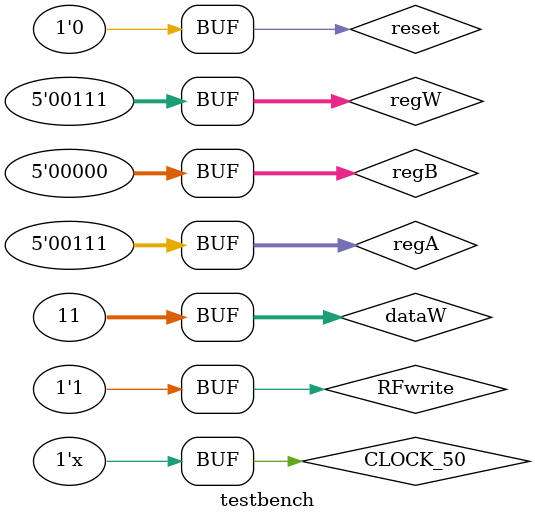
<source format=sv>
`timescale 1ns / 1ps

module testbench ();

	parameter CLOCK_PERIOD = 10;

	logic CLOCK_50;
    logic [0:0] KEY;
    logic [6:0] HEX0;

	// RFile Test

    parameter dataWidth = 32;
    parameter AddressWidth = 5;

logic RFwrite;
logic reset;
logic [AddressWidth-1:0] regA;
logic [AddressWidth-1:0] regB;
logic [AddressWidth-1:0] regW;
logic [dataWidth-1:0] dataW;
             
logic [dataWidth-1:0] dataA;
logic [dataWidth-1:0] dataB; 

	initial begin
        CLOCK_50 <= 1'b0;
	end // initial
	always @ (*)
	begin : Clock_Generator
		#((CLOCK_PERIOD) / 2) CLOCK_50 <= ~CLOCK_50;
	end


	initial begin
    #10
    reset <= 1;
    #20
    reset <= 0;
    RFwrite <= 1;
    regA <= 5'b00010;
    regB <= 5'b00000;
    dataW <= 32'h00000003;
    regW <= 5'b00000;
    #20
    reset <=0;
    RFwrite <= 1;
    regA <= 5'b00010;
    regB <= 5'b00000;
    dataW <= 32'h00000003;
    regW <= 5'b00010;
    #20
    reset <=0;
    RFwrite <= 0;
    regA <= 5'b00010;
    regB <= 5'b00000;
    dataW <= 32'h00000007;
    regW <= 5'b00010;
    #20
    reset <=0;
    RFwrite <= 1;
    regA <= 5'b00110;
    regB <= 5'b00000;
    dataW <= 32'h00000009;
    regW <= 5'b00110;
    #20
    reset <=0;
    RFwrite <= 1;
    regA <= 5'b00110;
    regB <= 5'b00000;
    dataW <= 32'h00000009;
    regW <= 5'b00000;
    #20
    reset <=0;
    RFwrite <= 1;
    regA <= 5'b00111;
    regB <= 5'b00001;
    dataW <= 32'h00000001;
    regW <= 5'b00001;
     #20
    reset <=0;
    RFwrite <= 1;
    regA <= 5'b00111;
    regB <= 5'b00001;
    dataW <= 32'h0000000B;
    regW <= 5'b00111;
     #20
    reset <=0;
    RFwrite <= 1;
    regA <= 5'b00111;
    regB <= 5'b00000;
    dataW <= 32'h0000000B;
    regW <= 5'b00111;




    end // initial
	
	RFile #(
        .dataWidth(dataWidth),
        .AddressWidth(AddressWidth)
    ) U1 (
        .Clk(CLOCK_50),
        .reset(reset),
        .RegA(regA), 
        .RegB(regB), 
        .RegW(regW),
        .dataW(dataW),
        .RFwrite(RFwrite),
        
        .dataA(dataA),
        .dataB(dataB)
    );

endmodule

</source>
